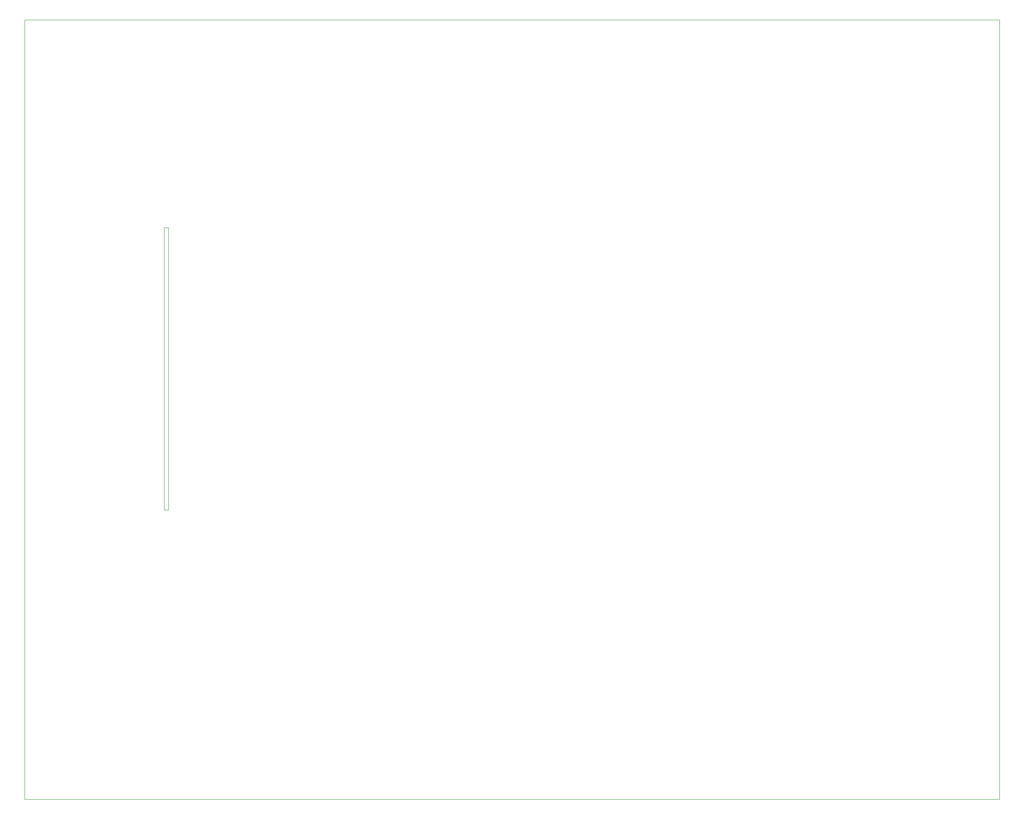
<source format=gbr>
%TF.GenerationSoftware,KiCad,Pcbnew,(5.1.12)-1*%
%TF.CreationDate,2023-12-01T15:42:45+05:30*%
%TF.ProjectId,DCCB PCB-V3,44434342-2050-4434-922d-56332e6b6963,rev?*%
%TF.SameCoordinates,Original*%
%TF.FileFunction,Profile,NP*%
%FSLAX46Y46*%
G04 Gerber Fmt 4.6, Leading zero omitted, Abs format (unit mm)*
G04 Created by KiCad (PCBNEW (5.1.12)-1) date 2023-12-01 15:42:45*
%MOMM*%
%LPD*%
G01*
G04 APERTURE LIST*
%TA.AperFunction,Profile*%
%ADD10C,0.100000*%
%TD*%
G04 APERTURE END LIST*
D10*
X66890000Y-72880000D02*
X67810000Y-72880000D01*
X67810000Y-72880000D02*
X67810000Y-133250000D01*
X67810000Y-133250000D02*
X66890000Y-133250000D01*
X66890000Y-133250000D02*
X66890000Y-72880000D01*
X245400000Y-195130000D02*
X37100000Y-195130000D01*
X37100000Y-195130000D02*
X37100000Y-28390000D01*
X37100000Y-28390000D02*
X245400000Y-28390000D01*
X245400000Y-28390000D02*
X245400000Y-195130000D01*
M02*

</source>
